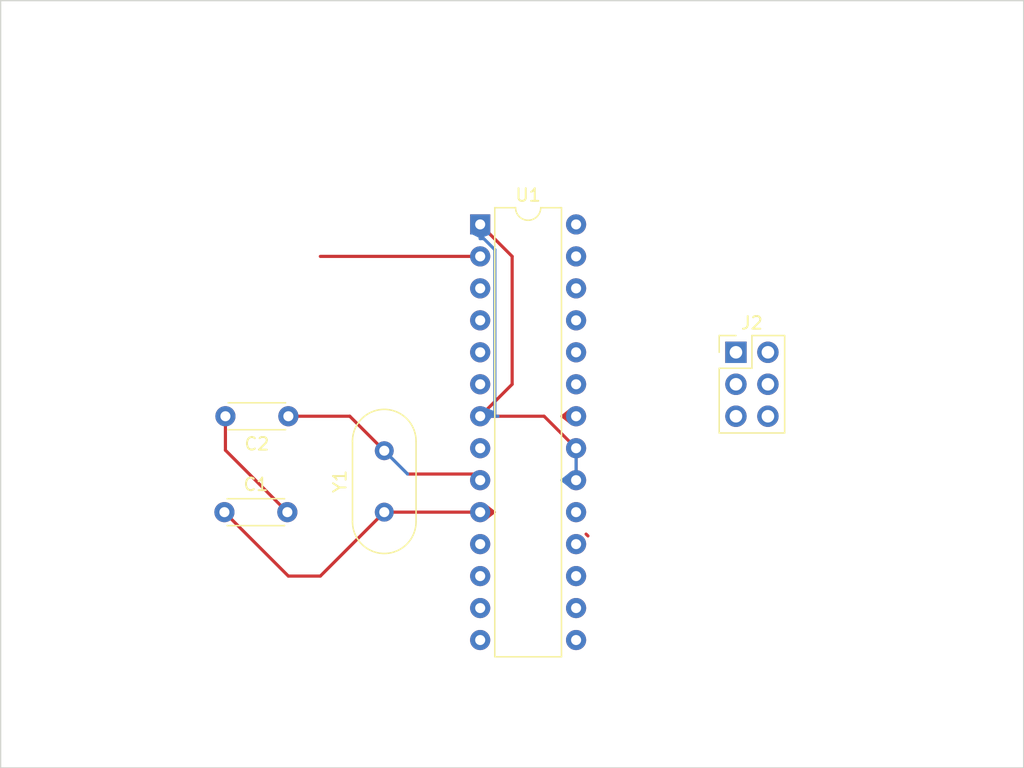
<source format=kicad_pcb>
(kicad_pcb (version 20221018) (generator pcbnew)
  (layers (0 "F.Cu" signal) (31 "B.Cu" signal) (34 "B.Paste" user) (35 "F.Paste" user) (36 "B.SilkS" user "B.Silkscreen") (37 "F.SilkS" user "F.Silkscreen") (38 "B.Mask" user) (39 "F.Mask" user) (44 "Edge.Cuts" user))
  (net 0 "")
  (net 1 "unconnected-(U1-PD0-Pad2)")
  (net 12 "Net-(J2-Pin_b2)")
  (net 19 "+5V")
  (net 20 "GND")
  (net 21 "Net-(U1-XTAL1{slash}PB6)")
  (net 22 "Net-(U1-XTAL2{slash}PB7)")
  (net 23 "Net-(J2-Pin_a1)")
  (net 24 "Net-(J2-Pin_a2)")
  (footprint "Capacitor_THT:C_Disc_D4.3mm_W1.9mm_P5.00mm" (layer "F.Cu") (at 83.82 91.44)
    (fp_text reference "C1" (at 2.5 -2.2) (layer "F.SilkS"))
    (fp_text value "22pf")
    (fp_line (start 0.23 -1.07) (end 0.23 -1.055) (stroke (width 0.12)) (layer "F.SilkS"))
    (fp_line (start 0.23 -1.07) (end 4.77 -1.07) (stroke (width 0.12)) (layer "F.SilkS"))
    (fp_line (start 0.23 1.055) (end 0.23 1.07) (stroke (width 0.12)) (layer "F.SilkS"))
    (fp_line (start 0.23 1.07) (end 4.77 1.07) (stroke (width 0.12)) (layer "F.SilkS"))
    (fp_line (start 4.77 -1.07) (end 4.77 -1.055) (stroke (width 0.12)) (layer "F.SilkS"))
    (fp_line (start 4.77 1.055) (end 4.77 1.07) (stroke (width 0.12)) (layer "F.SilkS"))
    (pad "1" thru_hole circle (at 0 0) (size 1.6 1.6) (drill 0.8) (layers "*.Cu" "*.Mask") (net 22 "Net-(U1-XTAL2{slash}PB7)"))
    (pad "2" thru_hole circle (at 5 0) (size 1.6 1.6) (drill 0.8) (layers "*.Cu" "*.Mask") (net 20 "GND"))
  )
  (footprint "Crystal:Crystal_HC49-4H_Vertical" (layer "F.Cu") (at 96.52 91.44 90)
    (fp_text reference "Y1" (at 2.44 -3.525 90) (layer "F.SilkS"))
    (fp_text value "Crystal")
    (fp_line (start -0.76 -2.525) (end 5.64 -2.525) (stroke (width 0.12)) (layer "F.SilkS"))
    (fp_line (start -0.76 2.525) (end 5.64 2.525) (stroke (width 0.12)) (layer "F.SilkS"))
    (fp_arc (start -0.76 2.525) (mid -3.285 0) (end -0.76 -2.525) (stroke (width 0.12)) (layer "F.SilkS"))
    (fp_arc (start 5.64 -2.525) (mid 8.165 0) (end 5.64 2.525) (stroke (width 0.12)) (layer "F.SilkS"))
    (pad "1" thru_hole circle (at 0 0 90) (size 1.5 1.5) (drill 0.8) (layers "*.Cu" "*.Mask") (net 22 "Net-(U1-XTAL2{slash}PB7)"))
    (pad "2" thru_hole circle (at 4.88 0 90) (size 1.5 1.5) (drill 0.8) (layers "*.Cu" "*.Mask") (net 21 "Net-(U1-XTAL1{slash}PB6)"))
  )
  (footprint "Package_DIP:DIP-28_W7.62mm" (layer "F.Cu") (at 104.14 68.58)
    (fp_text reference "U1" (at 3.81 -2.33) (layer "F.SilkS"))
    (fp_text value "ATmega328P-P")
    (fp_line (start 1.16 -1.33) (end 1.16 34.35) (stroke (width 0.12)) (layer "F.SilkS"))
    (fp_line (start 1.16 34.35) (end 6.46 34.35) (stroke (width 0.12)) (layer "F.SilkS"))
    (fp_line (start 2.81 -1.33) (end 1.16 -1.33) (stroke (width 0.12)) (layer "F.SilkS"))
    (fp_line (start 6.46 -1.33) (end 4.81 -1.33) (stroke (width 0.12)) (layer "F.SilkS"))
    (fp_line (start 6.46 34.35) (end 6.46 -1.33) (stroke (width 0.12)) (layer "F.SilkS"))
    (fp_arc (start 4.81 -1.33) (mid 3.81 -0.33) (end 2.81 -1.33) (stroke (width 0.12)) (layer "F.SilkS"))
    (pad "1" thru_hole rect (at 0 0) (size 1.6 1.6) (drill 0.8) (layers "*.Cu" "*.Mask") (net 19 "+5V"))
    (pad "2" thru_hole oval (at 0 2.54) (size 1.6 1.6) (drill 0.8) (layers "*.Cu" "*.Mask") (net 1 "unconnected-(U1-PD0-Pad2)"))
    (pad "3" thru_hole oval (at 0 5.08) (size 1.6 1.6) (drill 0.8) (layers "*.Cu" "*.Mask"))
    (pad "4" thru_hole oval (at 0 7.62) (size 1.6 1.6) (drill 0.8) (layers "*.Cu" "*.Mask"))
    (pad "5" thru_hole oval (at 0 10.16) (size 1.6 1.6) (drill 0.8) (layers "*.Cu" "*.Mask"))
    (pad "6" thru_hole oval (at 0 12.7) (size 1.6 1.6) (drill 0.8) (layers "*.Cu" "*.Mask"))
    (pad "7" thru_hole oval (at 0 15.24) (size 1.6 1.6) (drill 0.8) (layers "*.Cu" "*.Mask") (net 19 "+5V"))
    (pad "8" thru_hole oval (at 0 17.78) (size 1.6 1.6) (drill 0.8) (layers "*.Cu" "*.Mask") (net 20 "GND"))
    (pad "9" thru_hole oval (at 0 20.32) (size 1.6 1.6) (drill 0.8) (layers "*.Cu" "*.Mask") (net 21 "Net-(U1-XTAL1{slash}PB6)"))
    (pad "10" thru_hole oval (at 0 22.86) (size 1.6 1.6) (drill 0.8) (layers "*.Cu" "*.Mask") (net 22 "Net-(U1-XTAL2{slash}PB7)"))
    (pad "11" thru_hole oval (at 0 25.4) (size 1.6 1.6) (drill 0.8) (layers "*.Cu" "*.Mask"))
    (pad "12" thru_hole oval (at 0 27.94) (size 1.6 1.6) (drill 0.8) (layers "*.Cu" "*.Mask"))
    (pad "13" thru_hole oval (at 0 30.48) (size 1.6 1.6) (drill 0.8) (layers "*.Cu" "*.Mask"))
    (pad "14" thru_hole oval (at 0 33.02) (size 1.6 1.6) (drill 0.8) (layers "*.Cu" "*.Mask"))
    (pad "15" thru_hole oval (at 7.62 33.02) (size 1.6 1.6) (drill 0.8) (layers "*.Cu" "*.Mask"))
    (pad "16" thru_hole oval (at 7.62 30.48) (size 1.6 1.6) (drill 0.8) (layers "*.Cu" "*.Mask"))
    (pad "17" thru_hole oval (at 7.62 27.94) (size 1.6 1.6) (drill 0.8) (layers "*.Cu" "*.Mask") (net 12 "Net-(J2-Pin_b2)"))
    (pad "18" thru_hole oval (at 7.62 25.4) (size 1.6 1.6) (drill 0.8) (layers "*.Cu" "*.Mask") (net 23 "Net-(J2-Pin_a1)"))
    (pad "19" thru_hole oval (at 7.62 22.86) (size 1.6 1.6) (drill 0.8) (layers "*.Cu" "*.Mask") (net 24 "Net-(J2-Pin_a2)"))
    (pad "20" thru_hole oval (at 7.62 20.32) (size 1.6 1.6) (drill 0.8) (layers "*.Cu" "*.Mask") (net 19 "+5V"))
    (pad "21" thru_hole oval (at 7.62 17.78) (size 1.6 1.6) (drill 0.8) (layers "*.Cu" "*.Mask") (net 19 "+5V"))
    (pad "22" thru_hole oval (at 7.62 15.24) (size 1.6 1.6) (drill 0.8) (layers "*.Cu" "*.Mask") (net 20 "GND"))
    (pad "23" thru_hole oval (at 7.62 12.7) (size 1.6 1.6) (drill 0.8) (layers "*.Cu" "*.Mask"))
    (pad "24" thru_hole oval (at 7.62 10.16) (size 1.6 1.6) (drill 0.8) (layers "*.Cu" "*.Mask"))
    (pad "25" thru_hole oval (at 7.62 7.62) (size 1.6 1.6) (drill 0.8) (layers "*.Cu" "*.Mask"))
    (pad "26" thru_hole oval (at 7.62 5.08) (size 1.6 1.6) (drill 0.8) (layers "*.Cu" "*.Mask"))
    (pad "27" thru_hole oval (at 7.62 2.54) (size 1.6 1.6) (drill 0.8) (layers "*.Cu" "*.Mask"))
    (pad "28" thru_hole oval (at 7.62 0) (size 1.6 1.6) (drill 0.8) (layers "*.Cu" "*.Mask"))
  )
  (footprint "Capacitor_THT:C_Disc_D4.3mm_W1.9mm_P5.00mm" (layer "F.Cu") (at 88.9 83.82 180)
    (fp_text reference "C2" (at 2.5 -2.2) (layer "F.SilkS"))
    (fp_text value "22pf")
    (fp_line (start 0.23 -1.07) (end 0.23 -1.055) (stroke (width 0.12)) (layer "F.SilkS"))
    (fp_line (start 0.23 -1.07) (end 4.77 -1.07) (stroke (width 0.12)) (layer "F.SilkS"))
    (fp_line (start 0.23 1.055) (end 0.23 1.07) (stroke (width 0.12)) (layer "F.SilkS"))
    (fp_line (start 0.23 1.07) (end 4.77 1.07) (stroke (width 0.12)) (layer "F.SilkS"))
    (fp_line (start 4.77 -1.07) (end 4.77 -1.055) (stroke (width 0.12)) (layer "F.SilkS"))
    (fp_line (start 4.77 1.055) (end 4.77 1.07) (stroke (width 0.12)) (layer "F.SilkS"))
    (pad "1" thru_hole circle (at 0 0 180) (size 1.6 1.6) (drill 0.8) (layers "*.Cu" "*.Mask") (net 21 "Net-(U1-XTAL1{slash}PB6)"))
    (pad "2" thru_hole circle (at 5 0 180) (size 1.6 1.6) (drill 0.8) (layers "*.Cu" "*.Mask") (net 20 "GND"))
  )
  (footprint "Connector_PinHeader_2.54mm:PinHeader_2x03_P2.54mm_Vertical" (layer "F.Cu") (at 124.46 78.74)
    (fp_text reference "J2" (at 1.27 -2.33) (layer "F.SilkS"))
    (fp_text value "Conn_02x03_Row_Letter_First")
    (fp_line (start -1.33 -1.33) (end 0 -1.33) (stroke (width 0.12)) (layer "F.SilkS"))
    (fp_line (start -1.33 0) (end -1.33 -1.33) (stroke (width 0.12)) (layer "F.SilkS"))
    (fp_line (start -1.33 1.27) (end -1.33 6.41) (stroke (width 0.12)) (layer "F.SilkS"))
    (fp_line (start -1.33 1.27) (end 1.27 1.27) (stroke (width 0.12)) (layer "F.SilkS"))
    (fp_line (start -1.33 6.41) (end 3.87 6.41) (stroke (width 0.12)) (layer "F.SilkS"))
    (fp_line (start 1.27 -1.33) (end 3.87 -1.33) (stroke (width 0.12)) (layer "F.SilkS"))
    (fp_line (start 1.27 1.27) (end 1.27 -1.33) (stroke (width 0.12)) (layer "F.SilkS"))
    (fp_line (start 3.87 -1.33) (end 3.87 6.41) (stroke (width 0.12)) (layer "F.SilkS"))
    (pad "1" thru_hole rect (at 0 0) (size 1.7 1.7) (drill 1) (layers "*.Cu" "*.Mask"))
    (pad "2" thru_hole oval (at 2.54 0) (size 1.7 1.7) (drill 1) (layers "*.Cu" "*.Mask"))
    (pad "3" thru_hole oval (at 0 2.54) (size 1.7 1.7) (drill 1) (layers "*.Cu" "*.Mask"))
    (pad "4" thru_hole oval (at 2.54 2.54) (size 1.7 1.7) (drill 1) (layers "*.Cu" "*.Mask"))
    (pad "5" thru_hole oval (at 0 5.08) (size 1.7 1.7) (drill 1) (layers "*.Cu" "*.Mask"))
    (pad "6" thru_hole oval (at 2.54 5.08) (size 1.7 1.7) (drill 1) (layers "*.Cu" "*.Mask"))
  )
  (gr_rect (start 66.04 50.8) (end 147.32 111.76) (stroke (width 0.1)) (fill none) (layer "Edge.Cuts"))
  (segment (start 112.700495 93.329505) (end 112.555496 93.184506) (width 0.25) (layer "F.Cu") (net 0))
  (segment (start 104.4886 71.12) (end 91.44 71.12) (width 0.25) (layer "F.Cu") (net 1))
  (segment (start 106.68 71.12) (end 104.14 68.58) (width 0.25) (layer "F.Cu") (net 19))
  (segment (start 111.76 86.36) (end 111.76 88.9) (width 0.25) (layer "F.Cu") (net 19))
  (segment (start 109.22 83.82) (end 111.76 86.36) (width 0.25) (layer "F.Cu") (net 19))
  (segment (start 104.14 83.82) (end 106.68 81.28) (width 0.25) (layer "F.Cu") (net 19))
  (segment (start 104.14 83.82) (end 109.22 83.82) (width 0.25) (layer "F.Cu") (net 19))
  (segment (start 106.68 81.28) (end 106.68 71.12) (width 0.25) (layer "F.Cu") (net 19))
  (segment (start 104.14 69.7069) (end 104.14 68.58) (width 0.25) (layer "B.Cu") (net 19))
  (segment (start 111.76 88.3058) (end 111.76 86.36) (width 0.25) (layer "B.Cu") (net 19))
  (segment (start 111.76 88.9) (end 111.1658 88.9) (width 0.25) (layer "B.Cu") (net 19))
  (segment (start 111.1658 88.9) (end 110.633 88.9) (width 0.25) (layer "B.Cu") (net 19))
  (segment (start 105.304 83.82) (end 104.14 83.82) (width 0.25) (layer "B.Cu") (net 19))
  (segment (start 104.422 69.7069) (end 104.14 69.7069) (width 0.25) (layer "B.Cu") (net 19))
  (segment (start 105.553 83.82) (end 105.304 83.82) (width 0.25) (layer "B.Cu") (net 19))
  (segment (start 105.304 70.589) (end 104.422 69.7069) (width 0.25) (layer "B.Cu") (net 19))
  (segment (start 105.304 83.82) (end 105.304 70.589) (width 0.25) (layer "B.Cu") (net 19))
  (segment (start 111.1658 88.9) (end 111.76 88.3058) (width 0.25) (layer "B.Cu") (net 19))
  (segment (start 111.76 83.82) (end 110.633 83.82) (width 0.25) (layer "F.Cu") (net 20))
  (segment (start 83.9 86.52) (end 88.82 91.44) (width 0.25) (layer "F.Cu") (net 20))
  (segment (start 83.9 83.82) (end 83.9 86.52) (width 0.25) (layer "F.Cu") (net 20))
  (segment (start 96.52 86.56) (end 93.78 83.82) (width 0.25) (layer "F.Cu") (net 21))
  (segment (start 93.78 83.82) (end 88.9 83.82) (width 0.25) (layer "F.Cu") (net 21))
  (segment (start 104.0316 88.4112) (end 98.3712 88.4112) (width 0.25) (layer "F.Cu") (net 21))
  (segment (start 98.3712 88.4112) (end 96.52 86.56) (width 0.25) (layer "B.Cu") (net 21))
  (segment (start 104.14 91.44) (end 105.267 91.44) (width 0.25) (layer "F.Cu") (net 22))
  (segment (start 104.14 91.44) (end 96.52 91.44) (width 0.25) (layer "F.Cu") (net 22))
  (segment (start 96.52 91.44) (end 91.44 96.52) (width 0.25) (layer "F.Cu") (net 22))
  (segment (start 91.44 96.52) (end 88.9 96.52) (width 0.25) (layer "F.Cu") (net 22))
  (segment (start 88.9 96.52) (end 83.82 91.44) (width 0.25) (layer "F.Cu") (net 22))
)
</source>
